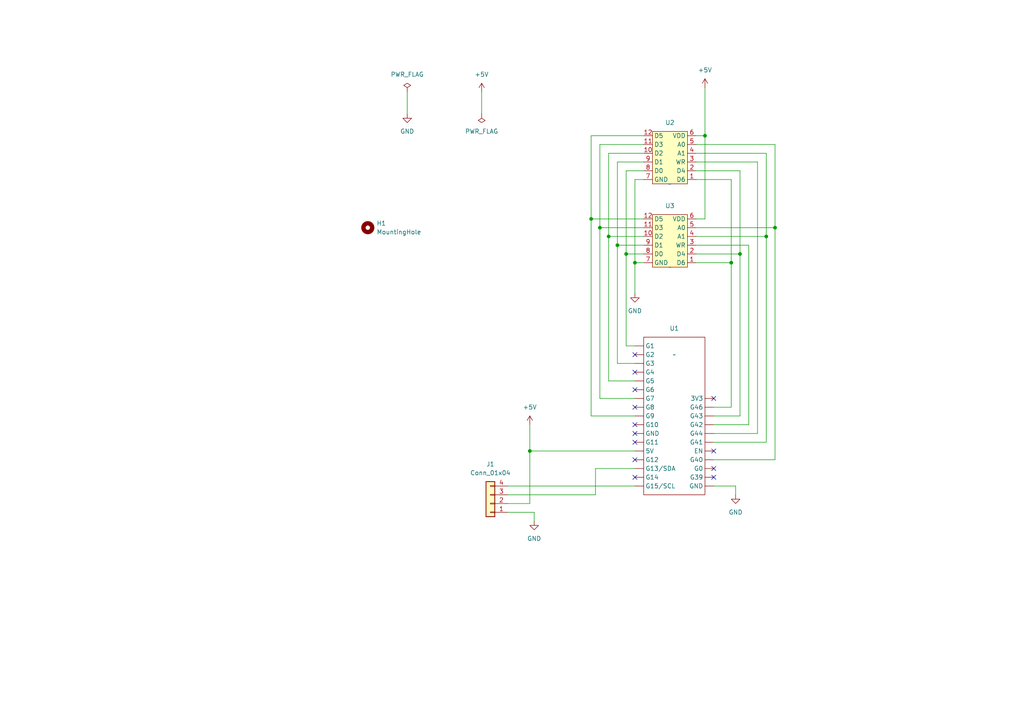
<source format=kicad_sch>
(kicad_sch (version 20230121) (generator eeschema)
  (paper "A4")
  (lib_symbols
    (symbol "Connector_Generic:Conn_01x04" (pin_names (offset 1.016) hide)
      (property "Reference" "J" (at 0 5.08 0))
      (property "Value" "Conn_01x04" (at 0 -7.62 0))
      (symbol "Conn_01x04_1_1"
        (rectangle (start -1.27 -4.953) (end 0 -5.207) (stroke (width 0.1524)))
        (rectangle (start -1.27 -2.413) (end 0 -2.667) (stroke (width 0.1524)))
        (rectangle (start -1.27 0.127) (end 0 -0.127) (stroke (width 0.1524)))
        (rectangle (start -1.27 2.667) (end 0 2.413) (stroke (width 0.1524)))
        (rectangle (start -1.27 3.81) (end 1.27 -6.35) (stroke (width 0.254)) (fill (type background)))
        (pin passive line (at -5.08 2.54 0) (length 3.81) (name "Pin_1") (number "1"))
        (pin passive line (at -5.08 0 0) (length 3.81) (name "Pin_2") (number "2"))
        (pin passive line (at -5.08 -2.54 0) (length 3.81) (name "Pin_3") (number "3"))
        (pin passive line (at -5.08 -5.08 0) (length 3.81) (name "Pin_4") (number "4"))
      )
    )
    (symbol "Mechanical:MountingHole" (pin_names (offset 1.016))
      (property "Reference" "H" (at 0 5.08 0))
      (property "Value" "MountingHole" (at 0 3.175 0))
      (symbol "MountingHole_0_1"
        (circle (center 0 0) (radius 1.27) (stroke (width 1.27)))
      )
    )
    (symbol "Unit-HDPL:HPDL-1414"
      (property "Reference" "U" (at 0 1.27 0))
      (symbol "HPDL-1414_1_1"
        (rectangle (start -5.08 0) (end 5.08 -15.24) (fill (type background)))
        (pin input line (at -7.62 -1.27 0) (length 2.54) (name "D6") (number "1"))
        (pin input line (at 7.62 -8.89 180) (length 2.54) (name "D2") (number "10"))
        (pin input line (at 7.62 -11.43 180) (length 2.54) (name "D3") (number "11"))
        (pin input line (at 7.62 -13.97 180) (length 2.54) (name "D5") (number "12"))
        (pin input line (at -7.62 -3.81 0) (length 2.54) (name "D4") (number "2"))
        (pin input line (at -7.62 -6.35 0) (length 2.54) (name "WR") (number "3"))
        (pin input line (at -7.62 -8.89 0) (length 2.54) (name "A1") (number "4"))
        (pin input line (at -7.62 -11.43 0) (length 2.54) (name "A0") (number "5"))
        (pin power_in line (at -7.62 -13.97 0) (length 2.54) (name "VDD") (number "6"))
        (pin power_in line (at 7.62 -1.27 180) (length 2.54) (name "GND") (number "7"))
        (pin input line (at 7.62 -3.81 180) (length 2.54) (name "D0") (number "8"))
        (pin input line (at 7.62 -6.35 180) (length 2.54) (name "D1") (number "9"))
      )
    )
    (symbol "Unit-HDPL:M5StampS3"
      (property "Reference" "U" (at 0 1.27 0))
      (symbol "M5StampS3_0_1"
        (rectangle (start -8.89 0) (end 8.89 -45.72))
      )
      (symbol "M5StampS3_1_1"
        (pin power_in line (at 11.43 -17.78 180) (length 2.54) (name "3V3") (number ""))
        (pin power_in line (at -11.43 -33.02 0) (length 2.54) (name "5V") (number ""))
        (pin bidirectional line (at 11.43 -33.02 180) (length 2.54) (name "EN") (number ""))
        (pin bidirectional line (at 11.43 -38.1 180) (length 2.54) (name "G0") (number ""))
        (pin bidirectional line (at -11.43 -2.54 0) (length 2.54) (name "G1") (number ""))
        (pin bidirectional line (at -11.43 -25.4 0) (length 2.54) (name "G10") (number ""))
        (pin bidirectional line (at -11.43 -30.48 0) (length 2.54) (name "G11") (number ""))
        (pin bidirectional line (at -11.43 -35.56 0) (length 2.54) (name "G12") (number ""))
        (pin bidirectional line (at -11.43 -38.1 0) (length 2.54) (name "G13/SDA") (number ""))
        (pin bidirectional line (at -11.43 -40.64 0) (length 2.54) (name "G14") (number ""))
        (pin bidirectional line (at -11.43 -43.18 0) (length 2.54) (name "G15/SCL") (number ""))
        (pin bidirectional line (at -11.43 -5.08 0) (length 2.54) (name "G2") (number ""))
        (pin bidirectional line (at -11.43 -7.62 0) (length 2.54) (name "G3") (number ""))
        (pin bidirectional line (at 11.43 -40.64 180) (length 2.54) (name "G39") (number ""))
        (pin bidirectional line (at -11.43 -10.16 0) (length 2.54) (name "G4") (number ""))
        (pin bidirectional line (at 11.43 -35.56 180) (length 2.54) (name "G40") (number ""))
        (pin bidirectional line (at 11.43 -30.48 180) (length 2.54) (name "G41") (number ""))
        (pin bidirectional line (at 11.43 -25.4 180) (length 2.54) (name "G42") (number ""))
        (pin bidirectional line (at 11.43 -22.86 180) (length 2.54) (name "G43") (number ""))
        (pin bidirectional line (at 11.43 -27.94 180) (length 2.54) (name "G44") (number ""))
        (pin bidirectional line (at 11.43 -20.32 180) (length 2.54) (name "G46") (number ""))
        (pin bidirectional line (at -11.43 -12.7 0) (length 2.54) (name "G5") (number ""))
        (pin bidirectional line (at -11.43 -15.24 0) (length 2.54) (name "G6") (number ""))
        (pin bidirectional line (at -11.43 -17.78 0) (length 2.54) (name "G7") (number ""))
        (pin bidirectional line (at -11.43 -20.32 0) (length 2.54) (name "G8") (number ""))
        (pin bidirectional line (at -11.43 -22.86 0) (length 2.54) (name "G9") (number ""))
        (pin power_in line (at -11.43 -27.94 0) (length 2.54) (name "GND") (number ""))
        (pin power_in line (at 11.43 -43.18 180) (length 2.54) (name "GND") (number ""))
      )
    )
    (symbol "power:+5V" (power) (pin_names (offset 0))
      (property "Value" "+5V" (at 0 3.556 0))
      (symbol "+5V_0_1"
        (polyline (pts (xy -0.762 1.27) (xy 0 2.54)))
        (polyline (pts (xy 0 0) (xy 0 2.54)))
        (polyline (pts (xy 0 2.54) (xy 0.762 1.27)))
      )
      (symbol "+5V_1_1"
        (pin power_in line (at 0 0 90) (length 0) hide (name "+5V") (number "1"))
      )
    )
    (symbol "power:GND" (power) (pin_names (offset 0))
      (property "Value" "GND" (at 0 -3.81 0))
      (symbol "GND_0_1"
        (polyline (pts (xy 0 0) (xy 0 -1.27) (xy 1.27 -1.27) (xy 0 -2.54) (xy -1.27 -1.27) (xy 0 -1.27)))
      )
      (symbol "GND_1_1"
        (pin power_in line (at 0 0 270) (length 0) hide (name "GND") (number "1"))
      )
    )
    (symbol "power:PWR_FLAG" (power) (pin_numbers hide) (pin_names (offset 0) hide)
      (property "Value" "PWR_FLAG" (at 0 3.81 0))
      (symbol "PWR_FLAG_0_0"
        (pin power_out line (at 0 0 90) (length 0) (name "pwr") (number "1"))
      )
      (symbol "PWR_FLAG_0_1"
        (polyline (pts (xy 0 0) (xy 0 1.27) (xy -1.016 1.905) (xy 0 2.54) (xy 1.016 1.905) (xy 0 1.27)))
      )
    )
  )
  (junction (at 173.99 66.04))
  (junction (at 184.15 76.2))
  (junction (at 176.53 68.58))
  (junction (at 224.79 66.04))
  (junction (at 171.45 63.5))
  (junction (at 212.09 76.2))
  (junction (at 214.63 73.66))
  (junction (at 153.67 130.81))
  (junction (at 204.47 39.37))
  (junction (at 222.25 68.58))
  (junction (at 181.61 73.66))
  (junction (at 179.07 71.12))
  (no_connect (at 184.15 133.35))
  (no_connect (at 184.15 128.27))
  (no_connect (at 184.15 125.73))
  (no_connect (at 184.15 123.19))
  (no_connect (at 207.01 115.57))
  (no_connect (at 184.15 138.43))
  (no_connect (at 207.01 135.89))
  (no_connect (at 184.15 118.11))
  (no_connect (at 184.15 113.03))
  (no_connect (at 207.01 138.43))
  (no_connect (at 184.15 102.87))
  (no_connect (at 184.15 107.95))
  (no_connect (at 207.01 130.81))
  (wire (pts (xy 184.15 130.81) (xy 153.67 130.81)))
  (wire (pts (xy 219.71 46.99) (xy 219.71 125.73)))
  (wire (pts (xy 212.09 52.07) (xy 212.09 76.2)))
  (wire (pts (xy 186.69 44.45) (xy 176.53 44.45)))
  (wire (pts (xy 171.45 63.5) (xy 186.69 63.5)))
  (wire (pts (xy 204.47 25.4) (xy 204.47 39.37)))
  (wire (pts (xy 213.36 140.97) (xy 213.36 143.51)))
  (wire (pts (xy 171.45 39.37) (xy 171.45 63.5)))
  (wire (pts (xy 153.67 130.81) (xy 153.67 146.05)))
  (wire (pts (xy 204.47 39.37) (xy 204.47 63.5)))
  (wire (pts (xy 179.07 46.99) (xy 186.69 46.99)))
  (wire (pts (xy 181.61 73.66) (xy 186.69 73.66)))
  (wire (pts (xy 147.32 143.51) (xy 172.72 143.51)))
  (wire (pts (xy 201.93 66.04) (xy 224.79 66.04)))
  (wire (pts (xy 214.63 73.66) (xy 214.63 49.53)))
  (wire (pts (xy 154.94 151.13) (xy 154.94 148.59)))
  (wire (pts (xy 224.79 66.04) (xy 224.79 133.35)))
  (wire (pts (xy 207.01 123.19) (xy 217.17 123.19)))
  (wire (pts (xy 153.67 123.19) (xy 153.67 130.81)))
  (wire (pts (xy 222.25 128.27) (xy 207.01 128.27)))
  (wire (pts (xy 201.93 71.12) (xy 217.17 71.12)))
  (wire (pts (xy 214.63 49.53) (xy 201.93 49.53)))
  (wire (pts (xy 184.15 76.2) (xy 184.15 85.09)))
  (wire (pts (xy 212.09 76.2) (xy 212.09 118.11)))
  (wire (pts (xy 201.93 39.37) (xy 204.47 39.37)))
  (wire (pts (xy 176.53 44.45) (xy 176.53 68.58)))
  (wire (pts (xy 172.72 135.89) (xy 184.15 135.89)))
  (wire (pts (xy 186.69 39.37) (xy 171.45 39.37)))
  (wire (pts (xy 186.69 76.2) (xy 184.15 76.2)))
  (wire (pts (xy 186.69 49.53) (xy 181.61 49.53)))
  (wire (pts (xy 173.99 41.91) (xy 173.99 66.04)))
  (wire (pts (xy 171.45 120.65) (xy 184.15 120.65)))
  (wire (pts (xy 184.15 110.49) (xy 176.53 110.49)))
  (wire (pts (xy 184.15 115.57) (xy 173.99 115.57)))
  (wire (pts (xy 173.99 66.04) (xy 186.69 66.04)))
  (wire (pts (xy 207.01 118.11) (xy 212.09 118.11)))
  (wire (pts (xy 179.07 105.41) (xy 184.15 105.41)))
  (wire (pts (xy 201.93 41.91) (xy 224.79 41.91)))
  (wire (pts (xy 179.07 71.12) (xy 179.07 105.41)))
  (wire (pts (xy 222.25 44.45) (xy 222.25 68.58)))
  (wire (pts (xy 179.07 71.12) (xy 186.69 71.12)))
  (wire (pts (xy 186.69 52.07) (xy 184.15 52.07)))
  (wire (pts (xy 224.79 133.35) (xy 207.01 133.35)))
  (wire (pts (xy 224.79 41.91) (xy 224.79 66.04)))
  (wire (pts (xy 154.94 148.59) (xy 147.32 148.59)))
  (wire (pts (xy 139.7 33.02) (xy 139.7 26.67)))
  (wire (pts (xy 118.11 26.67) (xy 118.11 33.02)))
  (wire (pts (xy 201.93 68.58) (xy 222.25 68.58)))
  (wire (pts (xy 147.32 146.05) (xy 153.67 146.05)))
  (wire (pts (xy 172.72 143.51) (xy 172.72 135.89)))
  (wire (pts (xy 179.07 46.99) (xy 179.07 71.12)))
  (wire (pts (xy 201.93 76.2) (xy 212.09 76.2)))
  (wire (pts (xy 176.53 68.58) (xy 186.69 68.58)))
  (wire (pts (xy 207.01 120.65) (xy 214.63 120.65)))
  (wire (pts (xy 181.61 100.33) (xy 184.15 100.33)))
  (wire (pts (xy 173.99 66.04) (xy 173.99 115.57)))
  (wire (pts (xy 176.53 68.58) (xy 176.53 110.49)))
  (wire (pts (xy 201.93 44.45) (xy 222.25 44.45)))
  (wire (pts (xy 147.32 140.97) (xy 184.15 140.97)))
  (wire (pts (xy 181.61 73.66) (xy 181.61 100.33)))
  (wire (pts (xy 184.15 52.07) (xy 184.15 76.2)))
  (wire (pts (xy 201.93 73.66) (xy 214.63 73.66)))
  (wire (pts (xy 181.61 49.53) (xy 181.61 73.66)))
  (wire (pts (xy 214.63 120.65) (xy 214.63 73.66)))
  (wire (pts (xy 201.93 52.07) (xy 212.09 52.07)))
  (wire (pts (xy 171.45 63.5) (xy 171.45 120.65)))
  (wire (pts (xy 173.99 41.91) (xy 186.69 41.91)))
  (wire (pts (xy 222.25 68.58) (xy 222.25 128.27)))
  (wire (pts (xy 207.01 125.73) (xy 219.71 125.73)))
  (wire (pts (xy 207.01 140.97) (xy 213.36 140.97)))
  (wire (pts (xy 217.17 71.12) (xy 217.17 123.19)))
  (wire (pts (xy 201.93 63.5) (xy 204.47 63.5)))
  (wire (pts (xy 201.93 46.99) (xy 219.71 46.99)))
  (symbol (lib_id "Unit-HDPL:M5StampS3") (at 195.58 97.79 0) (unit 1)
    (property "Reference" "U1" (at 195.58 95.25 0))
    (property "Value" "~" (at 195.58 102.87 0))
  )
  (symbol (lib_id "power:GND") (at 184.15 85.09 0) (unit 1)
    (property "Reference" "#PWR06" (effects hide))
    (property "Value" "GND" (at 184.15 90.17 0))
  )
  (symbol (lib_id "power:+5V") (at 204.47 25.4 0) (unit 1)
    (property "Reference" "#PWR08" (effects hide))
    (property "Value" "+5V" (at 204.47 20.32 0))
  )
  (symbol (lib_id "power:GND") (at 213.36 143.51 0) (unit 1)
    (property "Reference" "#PWR05" (effects hide))
    (property "Value" "GND" (at 213.36 148.59 0))
  )
  (symbol (lib_id "power:PWR_FLAG") (at 139.7 33.02 180) (unit 1)
    (property "Reference" "#FLG02" (effects hide))
    (property "Value" "PWR_FLAG" (at 139.7 38.1 0))
  )
  (symbol (lib_id "Connector_Generic:Conn_01x04") (at 142.24 146.05 180) (unit 1)
    (property "Reference" "J1" (at 142.24 134.62 0))
    (property "Value" "Conn_01x04" (at 142.24 137.16 0))
  )
  (symbol (lib_id "Unit-HDPL:HPDL-1414") (at 194.31 77.47 180) (unit 1)
    (property "Reference" "U3" (at 194.31 59.69 0))
    (property "Value" "~" (at 194.31 77.47 0))
  )
  (symbol (lib_id "Unit-HDPL:HPDL-1414") (at 194.31 53.34 180) (unit 1)
    (property "Reference" "U2" (at 194.31 35.56 0))
    (property "Value" "~" (at 194.31 53.34 0))
  )
  (symbol (lib_id "power:+5V") (at 153.67 123.19 0) (unit 1)
    (property "Reference" "#PWR03" (effects hide))
    (property "Value" "+5V" (at 153.67 118.11 0))
  )
  (symbol (lib_id "power:PWR_FLAG") (at 118.11 26.67 0) (unit 1)
    (property "Reference" "#FLG01" (effects hide))
    (property "Value" "PWR_FLAG" (at 118.11 21.59 0))
  )
  (symbol (lib_id "Mechanical:MountingHole") (at 106.68 66.04 0) (unit 1)
    (property "Reference" "H1" (at 109.22 64.77 0) (effects (justify left)))
    (property "Value" "MountingHole" (at 109.22 67.31 0) (effects (justify left)))
  )
  (symbol (lib_id "power:+5V") (at 139.7 26.67 0) (unit 1)
    (property "Reference" "#PWR01" (effects hide))
    (property "Value" "+5V" (at 139.7 21.59 0))
  )
  (symbol (lib_id "power:GND") (at 154.94 151.13 0) (unit 1)
    (property "Reference" "#PWR04" (effects hide))
    (property "Value" "GND" (at 154.94 156.21 0))
  )
  (symbol (lib_id "power:GND") (at 118.11 33.02 0) (unit 1)
    (property "Reference" "#PWR02" (effects hide))
    (property "Value" "GND" (at 118.11 38.1 0))
  )
)
</source>
